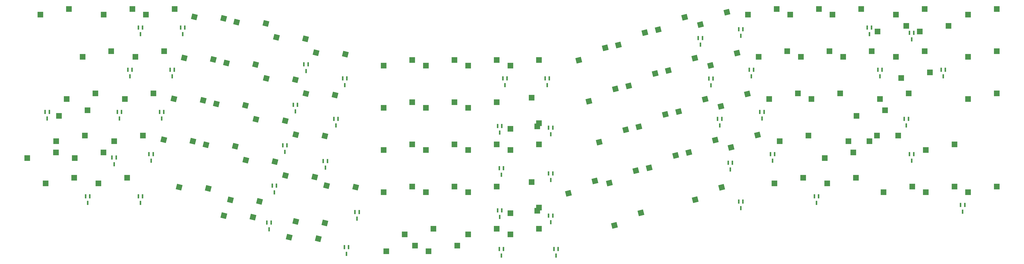
<source format=gbp>
G04 #@! TF.GenerationSoftware,KiCad,Pcbnew,7.0.7*
G04 #@! TF.CreationDate,2023-09-16T21:00:12-07:00*
G04 #@! TF.ProjectId,pcb,7063622e-6b69-4636-9164-5f7063625858,rev?*
G04 #@! TF.SameCoordinates,Original*
G04 #@! TF.FileFunction,Paste,Bot*
G04 #@! TF.FilePolarity,Positive*
%FSLAX46Y46*%
G04 Gerber Fmt 4.6, Leading zero omitted, Abs format (unit mm)*
G04 Created by KiCad (PCBNEW 7.0.7) date 2023-09-16 21:00:12*
%MOMM*%
%LPD*%
G01*
G04 APERTURE LIST*
G04 Aperture macros list*
%AMRotRect*
0 Rectangle, with rotation*
0 The origin of the aperture is its center*
0 $1 length*
0 $2 width*
0 $3 Rotation angle, in degrees counterclockwise*
0 Add horizontal line*
21,1,$1,$2,0,0,$3*%
G04 Aperture macros list end*
%ADD10R,2.550000X2.500000*%
%ADD11RotRect,2.550000X2.500000X14.000000*%
%ADD12RotRect,2.550000X2.500000X166.000000*%
%ADD13RotRect,2.550000X2.550000X166.000000*%
%ADD14R,2.550000X2.550000*%
%ADD15RotRect,2.550000X2.500000X346.000000*%
%ADD16R,2.500000X2.550000*%
%ADD17R,0.800000X1.900000*%
G04 APERTURE END LIST*
D10*
X409067000Y-266382500D03*
X396140000Y-268922500D03*
X42354500Y-285432500D03*
X29427500Y-287972500D03*
X409067000Y-285432500D03*
X396140000Y-287972500D03*
D11*
X281196296Y-358452034D03*
X269267765Y-364043909D03*
D12*
X122592569Y-369455795D03*
D13*
X135750064Y-370118568D03*
D10*
X401923250Y-304482500D03*
D14*
X388996250Y-307022500D03*
D10*
X387635750Y-323532500D03*
D14*
X374708750Y-326072500D03*
D15*
X138709689Y-363006878D03*
X125552194Y-362344105D03*
D10*
X187610750Y-365601250D03*
X174683750Y-368141250D03*
X30448250Y-323532500D03*
X17521250Y-326072500D03*
X35210800Y-304482500D03*
X22283800Y-307022500D03*
X25908000Y-333692500D03*
X38835000Y-331152500D03*
X23304500Y-266382500D03*
X10377500Y-268922500D03*
X51879500Y-266382500D03*
X38952500Y-268922500D03*
X70929500Y-266382500D03*
X58002500Y-268922500D03*
D11*
X265072364Y-283939423D03*
X253143833Y-289531298D03*
X282980421Y-277020294D03*
X271051890Y-282612169D03*
X300888478Y-270101165D03*
X288959947Y-275693040D03*
X319948688Y-267803070D03*
X308020157Y-273394945D03*
D10*
X66167000Y-285432500D03*
X53240000Y-287972500D03*
D11*
X269680976Y-302423556D03*
X257752445Y-308015431D03*
X287589033Y-295504427D03*
X275660502Y-301096302D03*
X305497090Y-288585299D03*
X293568559Y-294177174D03*
X324557300Y-286287203D03*
X312628769Y-291879078D03*
D10*
X61404500Y-304482500D03*
X48477500Y-307022500D03*
D11*
X274289588Y-320907690D03*
X262361057Y-326499565D03*
X292197645Y-313988561D03*
X280269114Y-319580436D03*
X310105702Y-307069432D03*
X298177171Y-312661307D03*
X329165912Y-304771337D03*
X317237381Y-310363212D03*
D10*
X56642000Y-323532500D03*
X43715000Y-326072500D03*
D11*
X278898200Y-339391823D03*
X266969669Y-344983698D03*
X296806257Y-332472695D03*
X284877726Y-338064570D03*
X260414067Y-344000436D03*
X248485536Y-349592311D03*
X314714314Y-325553566D03*
X302785783Y-331145441D03*
X333774525Y-323255470D03*
X321845994Y-328847345D03*
D10*
X406908000Y-276542500D03*
X419835000Y-274002500D03*
X361442000Y-266382500D03*
X348515000Y-268922500D03*
X380492000Y-266382500D03*
X367565000Y-268922500D03*
X366204500Y-285432500D03*
X353277500Y-287972500D03*
X387858000Y-276542500D03*
X400785000Y-274002500D03*
X385254500Y-285432500D03*
X372327500Y-287972500D03*
X342392000Y-266382500D03*
X329465000Y-268922500D03*
X347154500Y-285432500D03*
X334227500Y-287972500D03*
X351917000Y-304482500D03*
X338990000Y-307022500D03*
X370967000Y-304482500D03*
X358040000Y-307022500D03*
X378333000Y-314642500D03*
X391260000Y-312102500D03*
X356679500Y-323532500D03*
X343752500Y-326072500D03*
X422560750Y-346551250D03*
X409633750Y-349091250D03*
X364045500Y-333692500D03*
X376972500Y-331152500D03*
X403510750Y-346551250D03*
X390583750Y-349091250D03*
D15*
X112085957Y-272927780D03*
X98928462Y-272265007D03*
X93025747Y-270629685D03*
X79868252Y-269966912D03*
X147902071Y-286766038D03*
X134744576Y-286103265D03*
X83808523Y-307597952D03*
X70651028Y-306935179D03*
X138684847Y-323734305D03*
X125527352Y-323071532D03*
X88417135Y-289113818D03*
X75259640Y-288451045D03*
X125385402Y-298331042D03*
X112227907Y-297668269D03*
X107477345Y-291411914D03*
X94319850Y-290749141D03*
X102868733Y-309896047D03*
X89711238Y-309233274D03*
X120776790Y-316815176D03*
X107619295Y-316152403D03*
X143293459Y-305250171D03*
X130135964Y-304587398D03*
X129994014Y-279846909D03*
X116836519Y-279184136D03*
X79199910Y-326082085D03*
X66042415Y-325419312D03*
X116168178Y-335299310D03*
X103010683Y-334636537D03*
X152560368Y-346827051D03*
X139402873Y-346164278D03*
X134076235Y-342218438D03*
X120918740Y-341555665D03*
X98260121Y-328380181D03*
X85102626Y-327717408D03*
D12*
X93132569Y-359665795D03*
X106290064Y-360328568D03*
D10*
X422560750Y-327501250D03*
X409633750Y-330041250D03*
X441610750Y-346551250D03*
X428683750Y-349091250D03*
X235235750Y-327501250D03*
X222308750Y-330041250D03*
X216185750Y-327501250D03*
X203258750Y-330041250D03*
X235235750Y-365601250D03*
X222308750Y-368141250D03*
X441610750Y-285432500D03*
X428683750Y-287972500D03*
X178085750Y-289401250D03*
X165158750Y-291941250D03*
D16*
X234473750Y-357473250D03*
X231933750Y-344546250D03*
D10*
X216185750Y-289401250D03*
X203258750Y-291941250D03*
X185451750Y-375761250D03*
X198378750Y-373221250D03*
X197135750Y-308451250D03*
X184208750Y-310991250D03*
X216185750Y-365601250D03*
X203258750Y-368141250D03*
X216185750Y-308451250D03*
X203258750Y-310991250D03*
X178085750Y-346551250D03*
X165158750Y-349091250D03*
X178085750Y-308451250D03*
X165158750Y-310991250D03*
X216185750Y-346551250D03*
X203258750Y-349091250D03*
X178085750Y-327501250D03*
X165158750Y-330041250D03*
X235235750Y-289401250D03*
X222308750Y-291941250D03*
X197135750Y-327501250D03*
X184208750Y-330041250D03*
X166401750Y-375761250D03*
X179328750Y-373221250D03*
D16*
X234473750Y-319373250D03*
X231933750Y-306446250D03*
D10*
X197135750Y-289401250D03*
X184208750Y-291941250D03*
X197135750Y-346551250D03*
X184208750Y-349091250D03*
X441610750Y-304482500D03*
X428683750Y-307022500D03*
X441610750Y-266382500D03*
X428683750Y-268922500D03*
X4476750Y-333692500D03*
X17403750Y-331152500D03*
X25685750Y-342582500D03*
X12758750Y-345122500D03*
X49498250Y-342582500D03*
X36571250Y-345122500D03*
D11*
X317588486Y-346924293D03*
X305659955Y-352516168D03*
D10*
X397160750Y-323532500D03*
X384233750Y-326072500D03*
X378110750Y-342582500D03*
X365183750Y-345122500D03*
X354298250Y-342582500D03*
X341371250Y-345122500D03*
D15*
X109249049Y-353207367D03*
X96091554Y-352544594D03*
X86143882Y-347446602D03*
X72986387Y-346783829D03*
D10*
X18764250Y-314642500D03*
X31691250Y-312102500D03*
D17*
X12543750Y-312825000D03*
X14443750Y-312825000D03*
X13493750Y-315825000D03*
X416562500Y-293775000D03*
X418462500Y-293775000D03*
X417512500Y-296775000D03*
X402275000Y-277106250D03*
X404175000Y-277106250D03*
X403225000Y-280106250D03*
X425293750Y-354893750D03*
X427193750Y-354893750D03*
X426243750Y-357893750D03*
X402275000Y-331875000D03*
X404175000Y-331875000D03*
X403225000Y-334875000D03*
X399893750Y-316000000D03*
X401793750Y-316000000D03*
X400843750Y-319000000D03*
X387987500Y-293775000D03*
X389887500Y-293775000D03*
X388937500Y-296775000D03*
X383225000Y-274725000D03*
X385125000Y-274725000D03*
X384175000Y-277725000D03*
X359412500Y-350925000D03*
X361312500Y-350925000D03*
X360362500Y-353925000D03*
X339568750Y-331875000D03*
X341468750Y-331875000D03*
X340518750Y-334875000D03*
X334806250Y-312825000D03*
X336706250Y-312825000D03*
X335756250Y-315825000D03*
X330043750Y-293775000D03*
X331943750Y-293775000D03*
X330993750Y-296775000D03*
X325281250Y-275518750D03*
X327181250Y-275518750D03*
X326231250Y-278518750D03*
X325281250Y-353306250D03*
X327181250Y-353306250D03*
X326231250Y-356306250D03*
X320518750Y-335843750D03*
X322418750Y-335843750D03*
X321468750Y-338843750D03*
X315756250Y-316000000D03*
X317656250Y-316000000D03*
X316706250Y-319000000D03*
X311787500Y-297831250D03*
X313687500Y-297831250D03*
X312737500Y-300831250D03*
X307025000Y-279487500D03*
X308925000Y-279487500D03*
X307975000Y-282487500D03*
X241937500Y-374737500D03*
X243837500Y-374737500D03*
X242887500Y-377737500D03*
X239556250Y-359656250D03*
X241456250Y-359656250D03*
X240506250Y-362656250D03*
X239556250Y-340606250D03*
X241456250Y-340606250D03*
X240506250Y-343606250D03*
X239556250Y-319968750D03*
X241456250Y-319968750D03*
X240506250Y-322968750D03*
X237968750Y-297743750D03*
X239868750Y-297743750D03*
X238918750Y-300743750D03*
X217331250Y-374737500D03*
X219231250Y-374737500D03*
X218281250Y-377737500D03*
X216537500Y-357275000D03*
X218437500Y-357275000D03*
X217487500Y-360275000D03*
X217331250Y-338225000D03*
X219231250Y-338225000D03*
X218281250Y-341225000D03*
X216537500Y-319175000D03*
X218437500Y-319175000D03*
X217487500Y-322175000D03*
X218918750Y-297743750D03*
X220818750Y-297743750D03*
X219868750Y-300743750D03*
X147481250Y-373943750D03*
X149381250Y-373943750D03*
X148431250Y-376943750D03*
X152243750Y-358068750D03*
X154143750Y-358068750D03*
X153193750Y-361068750D03*
X137956250Y-335050000D03*
X139856250Y-335050000D03*
X138906250Y-338050000D03*
X142718750Y-316000000D03*
X144618750Y-316000000D03*
X143668750Y-319000000D03*
X146687500Y-297743750D03*
X148587500Y-297743750D03*
X147637500Y-300743750D03*
X112556250Y-362831250D03*
X114456250Y-362831250D03*
X113506250Y-365831250D03*
X114937500Y-346162500D03*
X116837500Y-346162500D03*
X115887500Y-349162500D03*
X119700000Y-327906250D03*
X121600000Y-327906250D03*
X120650000Y-330906250D03*
X124462500Y-309650000D03*
X126362500Y-309650000D03*
X125412500Y-312650000D03*
X129225000Y-291393750D03*
X131125000Y-291393750D03*
X130175000Y-294393750D03*
X54612500Y-350925000D03*
X56512500Y-350925000D03*
X55562500Y-353925000D03*
X30800000Y-350925000D03*
X32700000Y-350925000D03*
X31750000Y-353925000D03*
X59375000Y-331875000D03*
X61275000Y-331875000D03*
X60325000Y-334875000D03*
X42706250Y-333462500D03*
X44606250Y-333462500D03*
X43656250Y-336462500D03*
X64137500Y-312825000D03*
X66037500Y-312825000D03*
X65087500Y-315825000D03*
X45087500Y-312825000D03*
X46987500Y-312825000D03*
X46037500Y-315825000D03*
X68900000Y-293775000D03*
X70800000Y-293775000D03*
X69850000Y-296775000D03*
X49850000Y-293775000D03*
X51750000Y-293775000D03*
X50800000Y-296775000D03*
X73662500Y-274725000D03*
X75562500Y-274725000D03*
X74612500Y-277725000D03*
X54612500Y-274725000D03*
X56512500Y-274725000D03*
X55562500Y-277725000D03*
D10*
X235235750Y-356076250D03*
X222308750Y-358616250D03*
X235235750Y-317976250D03*
X222308750Y-320516250D03*
X411448250Y-294957500D03*
X398521250Y-297497500D03*
M02*

</source>
